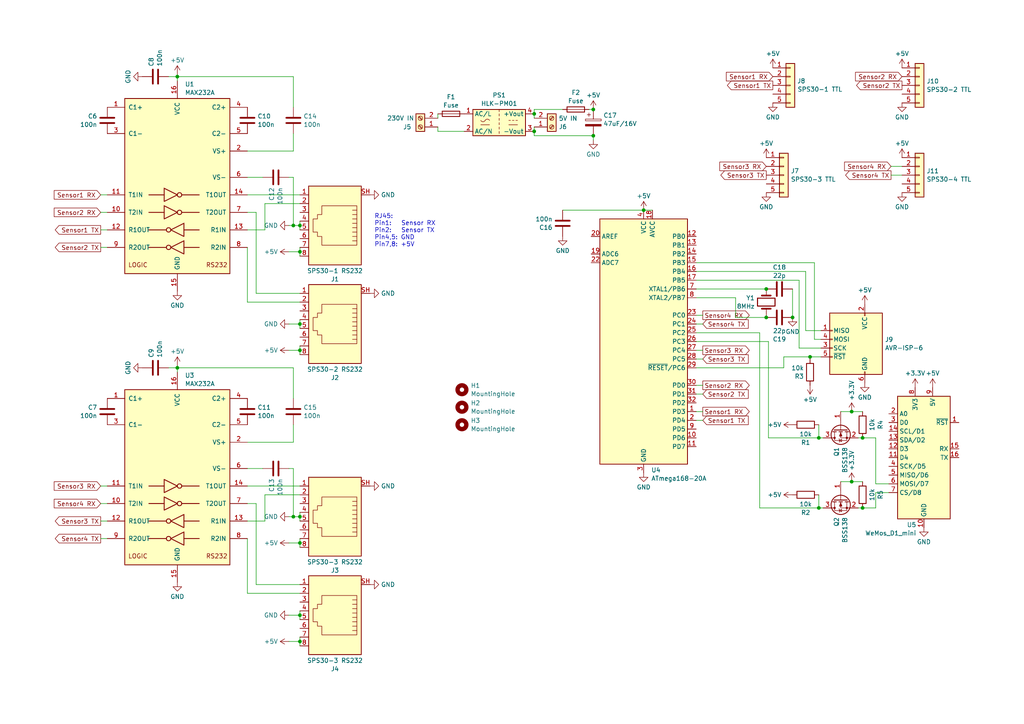
<source format=kicad_sch>
(kicad_sch (version 20230121) (generator eeschema)
  (paper "A4")
  (lib_symbols
    (symbol "Connector:AVR-ISP-6" (pin_names (offset 1.016))
      (property "Reference" "J" (at -6.35 11.43 0))
      (property "Value" "AVR-ISP-6" (at 0 11.43 0))
      (symbol "AVR-ISP-6_1_1"
        (pin passive line (at 10.16 5.08 180) (length 2.54) (name "MISO") (number "1"))
        (pin passive line (at -2.54 12.7 270) (length 2.54) (name "VCC") (number "2"))
        (pin passive line (at 10.16 0 180) (length 2.54) (name "SCK") (number "3"))
        (pin passive line (at 10.16 2.54 180) (length 2.54) (name "MOSI") (number "4"))
        (pin passive line (at 10.16 -2.54 180) (length 2.54) (name "~{RST}") (number "5"))
        (pin passive line (at -2.54 -10.16 90) (length 2.54) (name "GND") (number "6"))
      )
    )
    (symbol "Connector:Screw_Terminal_01x02" (pin_names (offset 1.016) hide)
      (property "Reference" "J" (at 0 2.54 0))
      (property "Value" "Screw_Terminal_01x02" (at 0 -5.08 0))
      (symbol "Screw_Terminal_01x02_1_1"
        (pin passive line (at -5.08 0 0) (length 3.81) (name "Pin_1") (number "1"))
        (pin passive line (at -5.08 -2.54 0) (length 3.81) (name "Pin_2") (number "2"))
      )
    )
    (symbol "Connector_Generic:Conn_01x05" (pin_names (offset 1.016) hide)
      (property "Reference" "J" (at 0 7.62 0))
      (property "Value" "Conn_01x05" (at 0 -7.62 0))
      (symbol "Conn_01x05_1_1"
        (pin passive line (at -5.08 5.08 0) (length 3.81) (name "Pin_1") (number "1"))
        (pin passive line (at -5.08 2.54 0) (length 3.81) (name "Pin_2") (number "2"))
        (pin passive line (at -5.08 0 0) (length 3.81) (name "Pin_3") (number "3"))
        (pin passive line (at -5.08 -2.54 0) (length 3.81) (name "Pin_4") (number "4"))
        (pin passive line (at -5.08 -5.08 0) (length 3.81) (name "Pin_5") (number "5"))
      )
    )
    (symbol "Converter_ACDC:HLK-PM01"
      (property "Reference" "PS" (at 0 5.08 0))
      (property "Value" "HLK-PM01" (at 0 -5.08 0))
      (symbol "HLK-PM01_1_1"
        (pin power_in line (at -10.16 2.54 0) (length 2.54) (name "AC/L") (number "1"))
        (pin power_in line (at -10.16 -2.54 0) (length 2.54) (name "AC/N") (number "2"))
        (pin power_out line (at 10.16 -2.54 180) (length 2.54) (name "-Vout") (number "3"))
        (pin power_out line (at 10.16 2.54 180) (length 2.54) (name "+Vout") (number "4"))
      )
    )
    (symbol "Device:C" (pin_numbers hide) (pin_names (offset 0.254))
      (property "Reference" "C" (at 0.635 2.54 0))
      (property "Value" "C" (at 0.635 -2.54 0))
      (symbol "C_1_1"
        (pin passive line (at 0 3.81 270) (length 2.794) (name "~") (number "1"))
        (pin passive line (at 0 -3.81 90) (length 2.794) (name "~") (number "2"))
      )
    )
    (symbol "Device:C_Polarized" (pin_numbers hide) (pin_names (offset 0.254))
      (property "Reference" "C" (at 0.635 2.54 0))
      (property "Value" "C_Polarized" (at 0.635 -2.54 0))
      (symbol "C_Polarized_1_1"
        (pin passive line (at 0 3.81 270) (length 2.794) (name "~") (number "1"))
        (pin passive line (at 0 -3.81 90) (length 2.794) (name "~") (number "2"))
      )
    )
    (symbol "Device:Crystal" (pin_numbers hide) (pin_names (offset 1.016) hide)
      (property "Reference" "Y" (at 0 3.81 0))
      (property "Value" "Crystal" (at 0 -3.81 0))
      (symbol "Crystal_1_1"
        (pin passive line (at -3.81 0 0) (length 1.27) (name "1") (number "1"))
        (pin passive line (at 3.81 0 180) (length 1.27) (name "2") (number "2"))
      )
    )
    (symbol "Device:Fuse" (pin_numbers hide) (pin_names (offset 0))
      (property "Reference" "F" (at 2.032 0 90))
      (property "Value" "Fuse" (at -1.905 0 90))
      (symbol "Fuse_1_1"
        (pin passive line (at 0 3.81 270) (length 1.27) (name "~") (number "1"))
        (pin passive line (at 0 -3.81 90) (length 1.27) (name "~") (number "2"))
      )
    )
    (symbol "Device:R" (pin_numbers hide) (pin_names (offset 0))
      (property "Reference" "R" (at 2.032 0 90))
      (property "Value" "R" (at 0 0 90))
      (symbol "R_1_1"
        (pin passive line (at 0 3.81 270) (length 1.27) (name "~") (number "1"))
        (pin passive line (at 0 -3.81 90) (length 1.27) (name "~") (number "2"))
      )
    )
    (symbol "Interface_UART:MAX232" (pin_names (offset 1.016))
      (property "Reference" "U" (at -2.54 28.575 0))
      (property "Value" "MAX232" (at -2.54 26.67 0))
      (symbol "MAX232_0_0"
        (text "LOGIC" (at -11.43 -22.86 0) (effects (font (size 1.27 1.27))))
        (text "RS232" (at 11.43 -22.86 0) (effects (font (size 1.27 1.27))))
      )
      (symbol "MAX232_1_1"
        (pin passive line (at -20.32 22.86 0) (length 5.08) (name "C1+") (number "1"))
        (pin input line (at -20.32 -7.62 0) (length 5.08) (name "T2IN") (number "10"))
        (pin input line (at -20.32 -2.54 0) (length 5.08) (name "T1IN") (number "11"))
        (pin output line (at -20.32 -12.7 0) (length 5.08) (name "R1OUT") (number "12"))
        (pin input line (at 20.32 -12.7 180) (length 5.08) (name "R1IN") (number "13"))
        (pin output line (at 20.32 -2.54 180) (length 5.08) (name "T1OUT") (number "14"))
        (pin power_in line (at 0 -30.48 90) (length 5.08) (name "GND") (number "15"))
        (pin power_in line (at 0 30.48 270) (length 5.08) (name "VCC") (number "16"))
        (pin power_out line (at 20.32 10.16 180) (length 5.08) (name "VS+") (number "2"))
        (pin passive line (at -20.32 15.24 0) (length 5.08) (name "C1-") (number "3"))
        (pin passive line (at 20.32 22.86 180) (length 5.08) (name "C2+") (number "4"))
        (pin passive line (at 20.32 15.24 180) (length 5.08) (name "C2-") (number "5"))
        (pin power_out line (at 20.32 2.54 180) (length 5.08) (name "VS-") (number "6"))
        (pin output line (at 20.32 -7.62 180) (length 5.08) (name "T2OUT") (number "7"))
        (pin input line (at 20.32 -17.78 180) (length 5.08) (name "R2IN") (number "8"))
        (pin output line (at -20.32 -17.78 0) (length 5.08) (name "R2OUT") (number "9"))
      )
    )
    (symbol "MCU_Microchip_ATmega:ATmega168-20A"
      (property "Reference" "U" (at -12.7 36.83 0))
      (property "Value" "ATmega168-20A" (at 2.54 -36.83 0))
      (symbol "ATmega168-20A_1_1"
        (pin bidirectional line (at 15.24 -20.32 180) (length 2.54) (name "PD3") (number "1"))
        (pin bidirectional line (at 15.24 -27.94 180) (length 2.54) (name "PD6") (number "10"))
        (pin bidirectional line (at 15.24 -30.48 180) (length 2.54) (name "PD7") (number "11"))
        (pin bidirectional line (at 15.24 30.48 180) (length 2.54) (name "PB0") (number "12"))
        (pin bidirectional line (at 15.24 27.94 180) (length 2.54) (name "PB1") (number "13"))
        (pin bidirectional line (at 15.24 25.4 180) (length 2.54) (name "PB2") (number "14"))
        (pin bidirectional line (at 15.24 22.86 180) (length 2.54) (name "PB3") (number "15"))
        (pin bidirectional line (at 15.24 20.32 180) (length 2.54) (name "PB4") (number "16"))
        (pin bidirectional line (at 15.24 17.78 180) (length 2.54) (name "PB5") (number "17"))
        (pin power_in line (at 2.54 38.1 270) (length 2.54) (name "AVCC") (number "18"))
        (pin input line (at -15.24 25.4 0) (length 2.54) (name "ADC6") (number "19"))
        (pin bidirectional line (at 15.24 -22.86 180) (length 2.54) (name "PD4") (number "2"))
        (pin passive line (at -15.24 30.48 0) (length 2.54) (name "AREF") (number "20"))
        (pin passive line (at 0 -38.1 90) (length 2.54) hide (name "GND") (number "21"))
        (pin input line (at -15.24 22.86 0) (length 2.54) (name "ADC7") (number "22"))
        (pin bidirectional line (at 15.24 7.62 180) (length 2.54) (name "PC0") (number "23"))
        (pin bidirectional line (at 15.24 5.08 180) (length 2.54) (name "PC1") (number "24"))
        (pin bidirectional line (at 15.24 2.54 180) (length 2.54) (name "PC2") (number "25"))
        (pin bidirectional line (at 15.24 0 180) (length 2.54) (name "PC3") (number "26"))
        (pin bidirectional line (at 15.24 -2.54 180) (length 2.54) (name "PC4") (number "27"))
        (pin bidirectional line (at 15.24 -5.08 180) (length 2.54) (name "PC5") (number "28"))
        (pin bidirectional line (at 15.24 -7.62 180) (length 2.54) (name "~{RESET}/PC6") (number "29"))
        (pin power_in line (at 0 -38.1 90) (length 2.54) (name "GND") (number "3"))
        (pin bidirectional line (at 15.24 -12.7 180) (length 2.54) (name "PD0") (number "30"))
        (pin bidirectional line (at 15.24 -15.24 180) (length 2.54) (name "PD1") (number "31"))
        (pin bidirectional line (at 15.24 -17.78 180) (length 2.54) (name "PD2") (number "32"))
        (pin power_in line (at 0 38.1 270) (length 2.54) (name "VCC") (number "4"))
        (pin passive line (at 0 -38.1 90) (length 2.54) hide (name "GND") (number "5"))
        (pin passive line (at 0 38.1 270) (length 2.54) hide (name "VCC") (number "6"))
        (pin bidirectional line (at 15.24 15.24 180) (length 2.54) (name "XTAL1/PB6") (number "7"))
        (pin bidirectional line (at 15.24 12.7 180) (length 2.54) (name "XTAL2/PB7") (number "8"))
        (pin bidirectional line (at 15.24 -25.4 180) (length 2.54) (name "PD5") (number "9"))
      )
    )
    (symbol "MCU_Module:WeMos_D1_mini"
      (property "Reference" "U" (at 3.81 19.05 0))
      (property "Value" "WeMos_D1_mini" (at 1.27 -19.05 0))
      (symbol "WeMos_D1_mini_1_1"
        (pin input line (at -10.16 10.16 0) (length 2.54) (name "~{RST}") (number "1"))
        (pin power_in line (at 0 -20.32 90) (length 2.54) (name "GND") (number "10"))
        (pin bidirectional line (at 10.16 0 180) (length 2.54) (name "D4") (number "11"))
        (pin bidirectional line (at 10.16 2.54 180) (length 2.54) (name "D3") (number "12"))
        (pin bidirectional line (at 10.16 5.08 180) (length 2.54) (name "SDA/D2") (number "13"))
        (pin bidirectional line (at 10.16 7.62 180) (length 2.54) (name "SCL/D1") (number "14"))
        (pin input line (at -10.16 2.54 0) (length 2.54) (name "RX") (number "15"))
        (pin output line (at -10.16 0 0) (length 2.54) (name "TX") (number "16"))
        (pin input line (at 10.16 12.7 180) (length 2.54) (name "A0") (number "2"))
        (pin bidirectional line (at 10.16 10.16 180) (length 2.54) (name "D0") (number "3"))
        (pin bidirectional line (at 10.16 -2.54 180) (length 2.54) (name "SCK/D5") (number "4"))
        (pin bidirectional line (at 10.16 -5.08 180) (length 2.54) (name "MISO/D6") (number "5"))
        (pin bidirectional line (at 10.16 -7.62 180) (length 2.54) (name "MOSI/D7") (number "6"))
        (pin bidirectional line (at 10.16 -10.16 180) (length 2.54) (name "CS/D8") (number "7"))
        (pin power_out line (at 2.54 20.32 270) (length 2.54) (name "3V3") (number "8"))
        (pin power_in line (at -2.54 20.32 270) (length 2.54) (name "5V") (number "9"))
      )
    )
    (symbol "Mechanical:MountingHole" (pin_names (offset 1.016))
      (property "Reference" "H" (at 0 5.08 0))
      (property "Value" "MountingHole" (at 0 3.175 0))
    )
    (symbol "RJ45_1" (pin_names (offset 1.016))
      (property "Reference" "J4" (at 0 16.8443 0))
      (property "Value" "SPS30-3 RS232" (at 0 14.4201 0))
      (symbol "RJ45_1_1_1"
        (pin passive line (at 10.16 -7.62 180) (length 2.54) (name "~") (number "1"))
        (pin passive line (at 10.16 -5.08 180) (length 2.54) (name "~") (number "2"))
        (pin passive line (at 10.16 -2.54 180) (length 2.54) (name "~") (number "3"))
        (pin passive line (at 10.16 0 180) (length 2.54) (name "~") (number "4"))
        (pin passive line (at 10.16 2.54 180) (length 2.54) (name "~") (number "5"))
        (pin passive line (at 10.16 5.08 180) (length 2.54) (name "~") (number "6"))
        (pin passive line (at 10.16 7.62 180) (length 2.54) (name "~") (number "7"))
        (pin passive line (at 10.16 10.16 180) (length 2.54) (name "~") (number "8"))
        (pin passive line (at -10.16 -7.62 0) (length 2.54) (name "") (number "SH"))
      )
    )
    (symbol "RJ45_2" (pin_names (offset 1.016))
      (property "Reference" "J1" (at 0 16.8443 0))
      (property "Value" "SPS30-1 RS232" (at 0 14.4201 0))
      (symbol "RJ45_2_1_1"
        (pin passive line (at 10.16 -7.62 180) (length 2.54) (name "~") (number "1"))
        (pin passive line (at 10.16 -5.08 180) (length 2.54) (name "~") (number "2"))
        (pin passive line (at 10.16 -2.54 180) (length 2.54) (name "~") (number "3"))
        (pin passive line (at 10.16 0 180) (length 2.54) (name "~") (number "4"))
        (pin passive line (at 10.16 2.54 180) (length 2.54) (name "~") (number "5"))
        (pin passive line (at 10.16 5.08 180) (length 2.54) (name "~") (number "6"))
        (pin passive line (at 10.16 7.62 180) (length 2.54) (name "~") (number "7"))
        (pin passive line (at 10.16 10.16 180) (length 2.54) (name "~") (number "8"))
        (pin passive line (at -10.16 -7.62 0) (length 2.54) (name "") (number "SH"))
      )
    )
    (symbol "RJ45_3" (pin_names (offset 1.016))
      (property "Reference" "J2" (at 0 16.8443 0))
      (property "Value" "SPS30-2 RS232" (at 0 14.4201 0))
      (symbol "RJ45_3_1_1"
        (pin passive line (at 10.16 -7.62 180) (length 2.54) (name "~") (number "1"))
        (pin passive line (at 10.16 -5.08 180) (length 2.54) (name "~") (number "2"))
        (pin passive line (at 10.16 -2.54 180) (length 2.54) (name "~") (number "3"))
        (pin passive line (at 10.16 0 180) (length 2.54) (name "~") (number "4"))
        (pin passive line (at 10.16 2.54 180) (length 2.54) (name "~") (number "5"))
        (pin passive line (at 10.16 5.08 180) (length 2.54) (name "~") (number "6"))
        (pin passive line (at 10.16 7.62 180) (length 2.54) (name "~") (number "7"))
        (pin passive line (at 10.16 10.16 180) (length 2.54) (name "~") (number "8"))
        (pin passive line (at -10.16 -7.62 0) (length 2.54) (name "") (number "SH"))
      )
    )
    (symbol "RJ45_4" (pin_names (offset 1.016))
      (property "Reference" "J3" (at 0 16.8443 0))
      (property "Value" "SPS30-3 RS232" (at 0 14.4201 0))
      (symbol "RJ45_4_1_1"
        (pin passive line (at 10.16 -7.62 180) (length 2.54) (name "~") (number "1"))
        (pin passive line (at 10.16 -5.08 180) (length 2.54) (name "~") (number "2"))
        (pin passive line (at 10.16 -2.54 180) (length 2.54) (name "~") (number "3"))
        (pin passive line (at 10.16 0 180) (length 2.54) (name "~") (number "4"))
        (pin passive line (at 10.16 2.54 180) (length 2.54) (name "~") (number "5"))
        (pin passive line (at 10.16 5.08 180) (length 2.54) (name "~") (number "6"))
        (pin passive line (at 10.16 7.62 180) (length 2.54) (name "~") (number "7"))
        (pin passive line (at 10.16 10.16 180) (length 2.54) (name "~") (number "8"))
        (pin passive line (at -10.16 -7.62 0) (length 2.54) (name "") (number "SH"))
      )
    )
    (symbol "Transistor_FET:BSS138" (pin_names hide)
      (property "Reference" "Q" (at 5.08 1.905 0))
      (property "Value" "BSS138" (at 5.08 0 0))
      (symbol "BSS138_1_1"
        (pin input line (at -5.08 0 0) (length 2.54) (name "G") (number "1"))
        (pin passive line (at 2.54 -5.08 90) (length 2.54) (name "S") (number "2"))
        (pin passive line (at 2.54 5.08 270) (length 2.54) (name "D") (number "3"))
      )
    )
    (symbol "power:+3.3V" (power) (pin_names (offset 0))
      (property "Value" "+3.3V" (at 0 3.556 0))
      (symbol "+3.3V_1_1"
        (pin power_in line (at 0 0 90) (length 0) hide (name "+3.3V") (number "1"))
      )
    )
    (symbol "power:+5V" (power) (pin_names (offset 0))
      (property "Value" "+5V" (at 0 3.556 0))
      (symbol "+5V_1_1"
        (pin power_in line (at 0 0 90) (length 0) hide (name "+5V") (number "1"))
      )
    )
    (symbol "power:GND" (power) (pin_names (offset 0))
      (property "Value" "GND" (at 0 -3.81 0))
      (symbol "GND_1_1"
        (pin power_in line (at 0 0 270) (length 0) hide (name "GND") (number "1"))
      )
    )
  )
  (junction (at 86.995 178.435))
  (junction (at 86.995 157.48))
  (junction (at 250.19 147.32))
  (junction (at 250.19 127))
  (junction (at 86.995 93.98))
  (junction (at 237.49 127))
  (junction (at 222.25 83.82))
  (junction (at 85.09 65.405))
  (junction (at 247.015 119.38))
  (junction (at 229.87 92.075))
  (junction (at 186.69 60.96))
  (junction (at 85.09 149.86))
  (junction (at 51.435 106.68))
  (junction (at 237.49 147.32))
  (junction (at 86.995 73.025))
  (junction (at 172.085 31.75))
  (junction (at 51.435 22.225))
  (junction (at 86.995 101.6))
  (junction (at 86.995 65.405))
  (junction (at 247.015 139.7))
  (junction (at 86.995 186.055))
  (junction (at 154.94 38.1))
  (junction (at 234.95 103.505))
  (junction (at 222.25 92.075))
  (junction (at 86.995 149.86))
  (junction (at 154.94 33.02))
  (junction (at 172.085 39.37))
  (wire (pts (xy 233.68 95.885) (xy 238.125 95.885)))
  (wire (pts (xy 29.21 61.595) (xy 31.115 61.595)))
  (wire (pts (xy 83.82 93.98) (xy 86.995 93.98)))
  (wire (pts (xy 86.995 101.6) (xy 86.995 102.87)))
  (wire (pts (xy 29.21 140.97) (xy 31.115 140.97)))
  (wire (pts (xy 71.755 140.97) (xy 86.995 140.97)))
  (wire (pts (xy 86.995 92.71) (xy 86.995 93.98)))
  (wire (pts (xy 127 33.02) (xy 127 34.29)))
  (wire (pts (xy 51.435 106.68) (xy 51.435 107.95)))
  (wire (pts (xy 201.93 114.3) (xy 203.835 114.3)))
  (wire (pts (xy 85.09 106.68) (xy 85.09 115.57)))
  (wire (pts (xy 222.25 92.075) (xy 222.25 91.44)))
  (wire (pts (xy 86.995 101.6) (xy 83.82 101.6)))
  (wire (pts (xy 236.22 98.425) (xy 236.22 76.2)))
  (wire (pts (xy 220.345 96.52) (xy 220.345 147.32)))
  (wire (pts (xy 86.995 157.48) (xy 86.995 156.21)))
  (wire (pts (xy 71.755 87.63) (xy 86.995 87.63)))
  (wire (pts (xy 48.895 106.68) (xy 51.435 106.68)))
  (wire (pts (xy 76.835 143.51) (xy 76.835 151.13)))
  (wire (pts (xy 86.995 59.055) (xy 76.835 59.055)))
  (wire (pts (xy 247.015 139.7) (xy 250.19 139.7)))
  (wire (pts (xy 85.09 38.735) (xy 85.09 43.815)))
  (wire (pts (xy 86.995 143.51) (xy 76.835 143.51)))
  (wire (pts (xy 201.93 78.74) (xy 233.68 78.74)))
  (wire (pts (xy 248.92 127) (xy 250.19 127)))
  (wire (pts (xy 234.95 103.505) (xy 234.95 104.14)))
  (wire (pts (xy 86.995 151.13) (xy 86.995 149.86)))
  (wire (pts (xy 48.895 22.225) (xy 51.435 22.225)))
  (wire (pts (xy 29.21 151.13) (xy 31.115 151.13)))
  (wire (pts (xy 238.125 98.425) (xy 236.22 98.425)))
  (wire (pts (xy 250.19 127) (xy 254 127)))
  (wire (pts (xy 154.94 31.75) (xy 154.94 33.02)))
  (wire (pts (xy 76.835 59.055) (xy 76.835 66.675)))
  (wire (pts (xy 76.2 51.435) (xy 71.755 51.435)))
  (wire (pts (xy 86.995 186.055) (xy 86.995 184.785)))
  (wire (pts (xy 172.085 40.64) (xy 172.085 39.37)))
  (wire (pts (xy 85.09 123.19) (xy 85.09 128.27)))
  (wire (pts (xy 86.995 100.33) (xy 86.995 101.6)))
  (wire (pts (xy 85.09 51.435) (xy 85.09 65.405)))
  (wire (pts (xy 227.33 106.68) (xy 227.33 103.505)))
  (wire (pts (xy 85.09 135.89) (xy 85.09 149.86)))
  (wire (pts (xy 203.835 104.14) (xy 201.93 104.14)))
  (wire (pts (xy 51.435 22.225) (xy 51.435 23.495)))
  (wire (pts (xy 203.835 101.6) (xy 201.93 101.6)))
  (wire (pts (xy 203.835 91.44) (xy 201.93 91.44)))
  (wire (pts (xy 222.885 99.06) (xy 222.885 127)))
  (wire (pts (xy 71.755 56.515) (xy 86.995 56.515)))
  (wire (pts (xy 163.195 60.96) (xy 186.69 60.96)))
  (wire (pts (xy 231.775 81.28) (xy 231.775 100.965)))
  (wire (pts (xy 163.195 31.75) (xy 154.94 31.75)))
  (wire (pts (xy 172.085 31.75) (xy 170.815 31.75)))
  (wire (pts (xy 236.22 76.2) (xy 201.93 76.2)))
  (wire (pts (xy 237.49 127) (xy 222.885 127)))
  (wire (pts (xy 231.775 100.965) (xy 238.125 100.965)))
  (wire (pts (xy 86.995 158.75) (xy 86.995 157.48)))
  (wire (pts (xy 83.82 178.435) (xy 86.995 178.435)))
  (wire (pts (xy 86.995 149.86) (xy 86.995 148.59)))
  (wire (pts (xy 250.19 147.32) (xy 254 147.32)))
  (wire (pts (xy 86.995 95.25) (xy 86.995 93.98)))
  (wire (pts (xy 237.49 143.51) (xy 237.49 147.32)))
  (wire (pts (xy 237.49 123.19) (xy 237.49 127)))
  (wire (pts (xy 201.93 83.82) (xy 222.25 83.82)))
  (wire (pts (xy 237.49 147.32) (xy 238.76 147.32)))
  (wire (pts (xy 71.755 128.27) (xy 85.09 128.27)))
  (wire (pts (xy 85.09 65.405) (xy 83.82 65.405)))
  (wire (pts (xy 257.81 140.335) (xy 254 140.335)))
  (wire (pts (xy 258.445 50.8) (xy 261.62 50.8)))
  (wire (pts (xy 51.435 106.045) (xy 51.435 106.68)))
  (wire (pts (xy 154.94 39.37) (xy 172.085 39.37)))
  (wire (pts (xy 233.68 95.885) (xy 233.68 78.74)))
  (wire (pts (xy 71.755 156.21) (xy 71.755 172.085)))
  (wire (pts (xy 254 142.875) (xy 254 147.32)))
  (wire (pts (xy 83.82 135.89) (xy 85.09 135.89)))
  (wire (pts (xy 154.94 33.02) (xy 154.94 34.29)))
  (wire (pts (xy 51.435 106.68) (xy 85.09 106.68)))
  (wire (pts (xy 203.835 119.38) (xy 201.93 119.38)))
  (wire (pts (xy 248.92 147.32) (xy 250.19 147.32)))
  (wire (pts (xy 83.82 51.435) (xy 85.09 51.435)))
  (wire (pts (xy 29.21 156.21) (xy 31.115 156.21)))
  (wire (pts (xy 74.295 61.595) (xy 74.295 85.09)))
  (wire (pts (xy 227.33 103.505) (xy 234.95 103.505)))
  (wire (pts (xy 201.93 96.52) (xy 220.345 96.52)))
  (wire (pts (xy 238.125 103.505) (xy 234.95 103.505)))
  (wire (pts (xy 86.995 66.675) (xy 86.995 65.405)))
  (wire (pts (xy 254 127) (xy 254 140.335)))
  (wire (pts (xy 201.93 106.68) (xy 227.33 106.68)))
  (wire (pts (xy 201.93 99.06) (xy 222.885 99.06)))
  (wire (pts (xy 86.995 73.025) (xy 83.82 73.025)))
  (wire (pts (xy 29.21 56.515) (xy 31.115 56.515)))
  (wire (pts (xy 85.09 22.225) (xy 51.435 22.225)))
  (wire (pts (xy 86.995 186.055) (xy 83.82 186.055)))
  (wire (pts (xy 86.995 178.435) (xy 86.995 177.165)))
  (wire (pts (xy 76.835 66.675) (xy 71.755 66.675)))
  (wire (pts (xy 201.93 111.76) (xy 203.835 111.76)))
  (wire (pts (xy 229.87 83.82) (xy 229.87 92.075)))
  (wire (pts (xy 247.015 119.38) (xy 250.19 119.38)))
  (wire (pts (xy 86.995 65.405) (xy 86.995 64.135)))
  (wire (pts (xy 85.09 31.115) (xy 85.09 22.225)))
  (wire (pts (xy 71.755 61.595) (xy 74.295 61.595)))
  (wire (pts (xy 74.295 85.09) (xy 86.995 85.09)))
  (wire (pts (xy 154.94 36.83) (xy 154.94 38.1)))
  (wire (pts (xy 29.21 71.755) (xy 31.115 71.755)))
  (wire (pts (xy 258.445 48.26) (xy 261.62 48.26)))
  (wire (pts (xy 213.36 86.36) (xy 213.36 92.075)))
  (wire (pts (xy 86.995 187.325) (xy 86.995 186.055)))
  (wire (pts (xy 71.755 43.815) (xy 85.09 43.815)))
  (wire (pts (xy 76.2 135.89) (xy 71.755 135.89)))
  (wire (pts (xy 74.295 169.545) (xy 86.995 169.545)))
  (wire (pts (xy 86.995 74.295) (xy 86.995 73.025)))
  (wire (pts (xy 213.36 86.36) (xy 201.93 86.36)))
  (wire (pts (xy 29.21 146.05) (xy 31.115 146.05)))
  (wire (pts (xy 127 36.83) (xy 127 38.1)))
  (wire (pts (xy 213.36 92.075) (xy 222.25 92.075)))
  (wire (pts (xy 86.995 179.705) (xy 86.995 178.435)))
  (wire (pts (xy 127 38.1) (xy 134.62 38.1)))
  (wire (pts (xy 86.995 73.025) (xy 86.995 71.755)))
  (wire (pts (xy 85.09 149.86) (xy 83.82 149.86)))
  (wire (pts (xy 201.93 81.28) (xy 231.775 81.28)))
  (wire (pts (xy 186.69 60.96) (xy 189.23 60.96)))
  (wire (pts (xy 29.21 66.675) (xy 31.115 66.675)))
  (wire (pts (xy 71.755 71.755) (xy 71.755 87.63)))
  (wire (pts (xy 201.93 121.92) (xy 203.835 121.92)))
  (wire (pts (xy 86.995 157.48) (xy 83.82 157.48)))
  (wire (pts (xy 74.295 146.05) (xy 74.295 169.545)))
  (wire (pts (xy 243.84 119.38) (xy 247.015 119.38)))
  (wire (pts (xy 51.435 21.59) (xy 51.435 22.225)))
  (wire (pts (xy 220.345 147.32) (xy 237.49 147.32)))
  (wire (pts (xy 237.49 127) (xy 238.76 127)))
  (wire (pts (xy 154.94 38.1) (xy 154.94 39.37)))
  (wire (pts (xy 257.81 142.875) (xy 254 142.875)))
  (wire (pts (xy 71.755 146.05) (xy 74.295 146.05)))
  (wire (pts (xy 203.835 93.98) (xy 201.93 93.98)))
  (wire (pts (xy 71.755 172.085) (xy 86.995 172.085)))
  (wire (pts (xy 86.995 149.86) (xy 85.09 149.86)))
  (wire (pts (xy 86.995 65.405) (xy 85.09 65.405)))
  (wire (pts (xy 243.84 139.7) (xy 247.015 139.7)))
  (wire (pts (xy 76.835 151.13) (xy 71.755 151.13)))
  (text "RJ45:\nPin1:   Sensor RX\nPin2:   Sensor TX\nPin4,5: GND\nPin7,8: +5V" (at 108.585 71.755 0) (effects (font (size 1.27 1.27)) (justify left bottom)))
  (global_label "Sensor3 RX" (shape input) (at 222.25 48.26 180) (property "Intersheetrefs" "${INTERSHEET_REFS}" (effects hide)))
  (global_label "Sensor1 TX" (shape output) (at 224.155 24.765 180) (property "Intersheetrefs" "${INTERSHEET_REFS}" (effects hide)))
  (global_label "Sensor3 RX" (shape input) (at 29.21 140.97 180) (property "Intersheetrefs" "${INTERSHEET_REFS}" (effects hide)))
  (global_label "Sensor2 TX" (shape output) (at 261.62 24.765 180) (property "Intersheetrefs" "${INTERSHEET_REFS}" (effects hide)))
  (global_label "Sensor1 TX" (shape output) (at 29.21 66.675 180) (property "Intersheetrefs" "${INTERSHEET_REFS}" (effects hide)))
  (global_label "Sensor4 RX" (shape input) (at 258.445 48.26 180) (property "Intersheetrefs" "${INTERSHEET_REFS}" (effects hide)))
  (global_label "Sensor1 RX" (shape output) (at 203.835 119.38 0) (property "Intersheetrefs" "${INTERSHEET_REFS}" (effects hide)))
  (global_label "Sensor4 RX" (shape input) (at 29.21 146.05 180) (property "Intersheetrefs" "${INTERSHEET_REFS}" (effects hide)))
  (global_label "Sensor3 TX" (shape output) (at 29.21 151.13 180) (property "Intersheetrefs" "${INTERSHEET_REFS}" (effects hide)))
  (global_label "Sensor4 TX" (shape input) (at 203.835 93.98 0) (property "Intersheetrefs" "${INTERSHEET_REFS}" (effects hide)))
  (global_label "Sensor4 TX" (shape output) (at 29.21 156.21 180) (property "Intersheetrefs" "${INTERSHEET_REFS}" (effects hide)))
  (global_label "Sensor4 RX" (shape output) (at 203.835 91.44 0) (property "Intersheetrefs" "${INTERSHEET_REFS}" (effects hide)))
  (global_label "Sensor1 TX" (shape input) (at 203.835 121.92 0) (property "Intersheetrefs" "${INTERSHEET_REFS}" (effects hide)))
  (global_label "Sensor2 TX" (shape output) (at 29.21 71.755 180) (property "Intersheetrefs" "${INTERSHEET_REFS}" (effects hide)))
  (global_label "Sensor1 RX" (shape input) (at 224.155 22.225 180) (property "Intersheetrefs" "${INTERSHEET_REFS}" (effects hide)))
  (global_label "Sensor3 RX" (shape output) (at 203.835 101.6 0) (property "Intersheetrefs" "${INTERSHEET_REFS}" (effects hide)))
  (global_label "Sensor2 RX" (shape input) (at 29.21 61.595 180) (property "Intersheetrefs" "${INTERSHEET_REFS}" (effects hide)))
  (global_label "Sensor1 RX" (shape input) (at 29.21 56.515 180) (property "Intersheetrefs" "${INTERSHEET_REFS}" (effects hide)))
  (global_label "Sensor3 TX" (shape input) (at 203.835 104.14 0) (property "Intersheetrefs" "${INTERSHEET_REFS}" (effects hide)))
  (global_label "Sensor2 RX" (shape output) (at 203.835 111.76 0) (property "Intersheetrefs" "${INTERSHEET_REFS}" (effects hide)))
  (global_label "Sensor4 TX" (shape output) (at 258.445 50.8 180) (property "Intersheetrefs" "${INTERSHEET_REFS}" (effects hide)))
  (global_label "Sensor2 RX" (shape input) (at 261.62 22.225 180) (property "Intersheetrefs" "${INTERSHEET_REFS}" (effects hide)))
  (global_label "Sensor2 TX" (shape input) (at 203.835 114.3 0) (property "Intersheetrefs" "${INTERSHEET_REFS}" (effects hide)))
  (global_label "Sensor3 TX" (shape output) (at 222.25 50.8 180) (property "Intersheetrefs" "${INTERSHEET_REFS}" (effects hide)))
  (symbol (lib_id "Device:Fuse") (at 130.81 33.02 90) (unit 1)
    (property "Reference" "F1" (at 130.81 28.1137 90))
    (property "Value" "Fuse" (at 130.81 30.5379 90))
    (property "Footprint" "Fuse:Fuseholder_TR5_Littelfuse_No560_No460" (effects hide))
  )
  (symbol (lib_id "Device:C") (at 45.085 106.68 90) (mirror x) (unit 1)
    (property "Reference" "C9" (at 43.8729 103.759 0) (effects (justify right)))
    (property "Value" "100n" (at 46.2971 103.759 0) (effects (justify right)))
    (property "Footprint" "Capacitor_SMD:C_0603_1608Metric" (effects hide))
    (property "LCSC" "C14663" (effects hide))
  )
  (symbol (lib_id "Device:C") (at 163.195 64.77 0) (mirror x) (unit 1)
    (property "Reference" "C16" (at 160.274 65.9821 0) (effects (justify right)))
    (property "Value" "100n" (at 160.274 63.5579 0) (effects (justify right)))
    (property "Footprint" "Capacitor_SMD:C_0603_1608Metric" (effects hide))
    (property "LCSC" "C14663" (effects hide))
  )
  (symbol (lib_id "Connector:AVR-ISP-6") (at 248.285 100.965 0) (mirror y) (unit 1)
    (property "Reference" "J9" (at 256.667 98.4829 0) (effects (justify right)))
    (property "Value" "AVR-ISP-6" (at 256.667 100.9071 0) (effects (justify right)))
    (property "Footprint" "Connector_IDC:IDC-Header_2x03_P2.54mm_Vertical" (effects hide))
    (property "Datasheet" " ~" (effects hide))
  )
  (symbol (lib_id "Connector:Screw_Terminal_01x02") (at 121.92 36.83 180) (unit 1)
    (property "Reference" "J5" (at 118.11 36.83 0))
    (property "Value" "230V IN" (at 116.205 34.29 0))
    (property "Footprint" "TerminalBlock_MetzConnect:TerminalBlock_MetzConnect_Type094_RT03502HBLU_1x02_P5.00mm_Horizontal" (effects hide))
  )
  (symbol (lib_id "Transistor_FET:BSS138") (at 243.84 144.78 90) (mirror x) (unit 1)
    (property "Reference" "Q2" (at 242.6279 149.987 0) (effects (justify left)))
    (property "Value" "BSS138" (at 245.0521 149.987 0) (effects (justify left)))
    (property "Footprint" "Package_TO_SOT_SMD:SOT-23" (effects hide))
    (property "Datasheet" "https://www.onsemi.com/pub/Collateral/BSS138-D.PDF" (effects hide))
    (property "LCSC" "C8545" (effects hide))
  )
  (symbol (lib_id "Device:R") (at 250.19 143.51 180) (unit 1)
    (property "Reference" "R5" (at 255.3503 143.51 90))
    (property "Value" "10k" (at 252.9261 143.51 90))
    (property "Footprint" "Resistor_SMD:R_0603_1608Metric" (effects hide))
    (property "LCSC" "C25804" (effects hide))
  )
  (symbol (lib_id "Device:Crystal") (at 222.25 87.63 270) (mirror x) (unit 1)
    (property "Reference" "Y1" (at 218.9226 86.4179 90) (effects (justify right)))
    (property "Value" "8MHz" (at 218.9226 88.8421 90) (effects (justify right)))
    (property "Footprint" "Crystal:Crystal_SMD_5032-2Pin_5.0x3.2mm" (effects hide))
    (property "LCSC" "C115962" (effects hide))
  )
  (symbol (lib_id "Device:R") (at 233.68 143.51 90) (unit 1)
    (property "Reference" "R2" (at 233.68 148.6703 90))
    (property "Value" "10k" (at 233.68 146.2461 90))
    (property "Footprint" "Resistor_SMD:R_0603_1608Metric" (effects hide))
    (property "LCSC" "C25804" (effects hide))
  )
  (symbol (lib_id "power:+5V") (at 51.435 106.045 0) (unit 1)
    (property "Reference" "#PWR05" (effects hide))
    (property "Value" "+5V" (at 51.435 101.9119 0))
  )
  (symbol (lib_id "power:+5V") (at 186.69 60.96 0) (unit 1)
    (property "Reference" "#PWR023" (effects hide))
    (property "Value" "+5V" (at 186.69 56.8269 0))
  )
  (symbol (lib_id "power:GND") (at 261.62 55.88 0) (unit 1)
    (property "Reference" "#PWR041" (effects hide))
    (property "Value" "GND" (at 261.62 60.0131 0))
  )
  (symbol (lib_id "Mechanical:MountingHole") (at 133.985 123.19 0) (unit 1)
    (property "Reference" "H3" (at 136.525 121.9779 0) (effects (justify left)))
    (property "Value" "MountingHole" (at 136.525 124.4021 0) (effects (justify left)))
    (property "Footprint" "MountingHole:MountingHole_3.2mm_M3_ISO14580" (effects hide))
  )
  (symbol (lib_id "power:GND") (at 107.315 140.97 90) (unit 1)
    (property "Reference" "#PWR012" (effects hide))
    (property "Value" "GND" (at 110.49 140.97 90) (effects (justify right)))
  )
  (symbol (lib_id "Interface_UART:MAX232") (at 51.435 138.43 0) (unit 1)
    (property "Reference" "U3" (at 53.6291 108.8857 0) (effects (justify left)))
    (property "Value" "MAX232A" (at 53.6291 111.3099 0) (effects (justify left)))
    (property "Footprint" "Package_SO:SO-16_3.9x9.9mm_P1.27mm" (effects hide))
    (property "Datasheet" "http://www.ti.com/lit/ds/symlink/max232.pdf" (effects hide))
  )
  (symbol (lib_id "power:GND") (at 172.085 40.64 0) (unit 1)
    (property "Reference" "#PWR022" (effects hide))
    (property "Value" "GND" (at 172.085 44.7731 0))
  )
  (symbol (lib_id "Device:C") (at 80.01 135.89 90) (unit 1)
    (property "Reference" "C13" (at 78.7979 138.811 0) (effects (justify right)))
    (property "Value" "100n" (at 81.2221 138.811 0) (effects (justify right)))
    (property "Footprint" "Capacitor_SMD:C_0603_1608Metric" (effects hide))
    (property "LCSC" "C14663" (effects hide))
  )
  (symbol (lib_id "Device:C") (at 226.06 92.075 270) (unit 1)
    (property "Reference" "C19" (at 226.06 98.3783 90))
    (property "Value" "22p" (at 226.06 95.9541 90))
    (property "Footprint" "Capacitor_SMD:C_0603_1608Metric" (effects hide))
    (property "LCSC" "C1653" (effects hide))
  )
  (symbol (lib_id "power:+5V") (at 172.085 31.75 0) (unit 1)
    (property "Reference" "#PWR021" (effects hide))
    (property "Value" "+5V" (at 172.085 27.6169 0))
  )
  (symbol (lib_name "RJ45_3") (lib_id "Connector:RJ45") (at 97.155 92.71 180) (unit 1)
    (property "Reference" "J2" (at 97.155 109.5543 0))
    (property "Value" "SPS30-2 RS232" (at 97.155 107.1301 0))
    (property "Footprint" "Connector_RJ:RJ45_Ninigi_GE" (effects hide))
  )
  (symbol (lib_id "MCU_Microchip_ATmega:ATmega168-20A") (at 186.69 99.06 0) (unit 1)
    (property "Reference" "U4" (at 188.8841 136.3401 0) (effects (justify left)))
    (property "Value" "ATmega168-20A" (at 188.8841 138.7643 0) (effects (justify left)))
    (property "Footprint" "Package_QFP:TQFP-32_7x7mm_P0.8mm" (effects hide))
    (property "Datasheet" "http://ww1.microchip.com/downloads/en/DeviceDoc/Atmel-2545-8-bit-AVR-Microcontroller-ATmega48-88-168_Datasheet.pdf" (effects hide))
  )
  (symbol (lib_id "Connector_Generic:Conn_01x05") (at 229.235 24.765 0) (unit 1)
    (property "Reference" "J8" (at 232.41 23.495 0))
    (property "Value" "SPS30-1 TTL" (at 237.8075 25.9024 0))
    (property "Footprint" "footprints:JST_ZH_B5B-ZR_1x5_P1.50mm_Vertical" (effects hide))
  )
  (symbol (lib_id "power:+5V") (at 83.82 73.025 90) (unit 1)
    (property "Reference" "#PWR08" (effects hide))
    (property "Value" "+5V" (at 80.6451 73.025 90) (effects (justify left)))
  )
  (symbol (lib_id "power:GND") (at 250.825 111.125 0) (unit 1)
    (property "Reference" "#PWR037" (effects hide))
    (property "Value" "GND" (at 250.825 115.2581 0))
  )
  (symbol (lib_id "Interface_UART:MAX232") (at 51.435 53.975 0) (unit 1)
    (property "Reference" "U1" (at 53.6291 24.4307 0) (effects (justify left)))
    (property "Value" "MAX232A" (at 53.6291 26.8549 0) (effects (justify left)))
    (property "Footprint" "Package_SO:SO-16_3.9x9.9mm_P1.27mm" (effects hide))
    (property "Datasheet" "http://www.ti.com/lit/ds/symlink/max232.pdf" (effects hide))
  )
  (symbol (lib_id "Device:C") (at 80.01 51.435 90) (unit 1)
    (property "Reference" "C12" (at 78.7979 54.356 0) (effects (justify right)))
    (property "Value" "100n" (at 81.2221 54.356 0) (effects (justify right)))
    (property "Footprint" "Capacitor_SMD:C_0603_1608Metric" (effects hide))
    (property "LCSC" "C14663" (effects hide))
  )
  (symbol (lib_id "power:+5V") (at 261.62 45.72 0) (unit 1)
    (property "Reference" "#PWR040" (effects hide))
    (property "Value" "+5V" (at 261.62 41.5869 0))
  )
  (symbol (lib_id "power:GND") (at 51.435 168.91 0) (unit 1)
    (property "Reference" "#PWR06" (effects hide))
    (property "Value" "GND" (at 51.435 173.0431 0))
  )
  (symbol (lib_id "power:+5V") (at 229.87 123.19 90) (mirror x) (unit 1)
    (property "Reference" "#PWR031" (effects hide))
    (property "Value" "+5V" (at 226.6951 123.19 90) (effects (justify left)))
  )
  (symbol (lib_name "RJ45_2") (lib_id "Connector:RJ45") (at 97.155 64.135 180) (unit 1)
    (property "Reference" "J1" (at 97.155 80.9793 0))
    (property "Value" "SPS30-1 RS232" (at 97.155 78.5551 0))
    (property "Footprint" "Connector_RJ:RJ45_Ninigi_GE" (effects hide))
  )
  (symbol (lib_id "power:+5V") (at 83.82 186.055 90) (unit 1)
    (property "Reference" "#PWR016" (effects hide))
    (property "Value" "+5V" (at 80.6451 186.055 90) (effects (justify left)))
  )
  (symbol (lib_id "Device:C_Polarized") (at 172.085 35.56 0) (unit 1)
    (property "Reference" "C17" (at 175.006 33.4589 0) (effects (justify left)))
    (property "Value" "47uF/16V" (at 175.006 35.8831 0) (effects (justify left)))
    (property "Footprint" "Capacitor_THT:CP_Radial_D8.0mm_P3.50mm" (effects hide))
  )
  (symbol (lib_id "Device:R") (at 250.19 123.19 180) (unit 1)
    (property "Reference" "R4" (at 255.3503 123.19 90))
    (property "Value" "10k" (at 252.9261 123.19 90))
    (property "Footprint" "Resistor_SMD:R_0603_1608Metric" (effects hide))
    (property "LCSC" "C25804" (effects hide))
  )
  (symbol (lib_id "power:GND") (at 83.82 178.435 270) (unit 1)
    (property "Reference" "#PWR015" (effects hide))
    (property "Value" "GND" (at 80.6451 178.435 90) (effects (justify right)))
  )
  (symbol (lib_id "Connector:Screw_Terminal_01x02") (at 160.02 36.83 0) (mirror x) (unit 1)
    (property "Reference" "J6" (at 162.052 36.7721 0) (effects (justify left)))
    (property "Value" "5V IN" (at 162.052 34.3479 0) (effects (justify left)))
    (property "Footprint" "TerminalBlock_MetzConnect:TerminalBlock_MetzConnect_Type094_RT03502HBLU_1x02_P5.00mm_Horizontal" (effects hide))
  )
  (symbol (lib_id "Device:C") (at 85.09 34.925 0) (mirror y) (unit 1)
    (property "Reference" "C14" (at 88.011 33.7129 0) (effects (justify right)))
    (property "Value" "100n" (at 88.011 36.1371 0) (effects (justify right)))
    (property "Footprint" "Capacitor_SMD:C_0603_1608Metric" (effects hide))
    (property "LCSC" "C14663" (effects hide))
  )
  (symbol (lib_id "Connector_Generic:Conn_01x05") (at 266.7 50.8 0) (unit 1)
    (property "Reference" "J11" (at 268.732 49.5879 0) (effects (justify left)))
    (property "Value" "SPS30-4 TTL" (at 268.732 52.0121 0) (effects (justify left)))
    (property "Footprint" "footprints:JST_ZH_B5B-ZR_1x5_P1.50mm_Vertical" (effects hide))
  )
  (symbol (lib_id "power:+5V") (at 270.51 112.395 0) (mirror y) (unit 1)
    (property "Reference" "#PWR044" (effects hide))
    (property "Value" "+5V" (at 270.51 108.2619 0))
  )
  (symbol (lib_id "power:GND") (at 83.82 149.86 270) (unit 1)
    (property "Reference" "#PWR011" (effects hide))
    (property "Value" "GND" (at 80.6451 149.86 90) (effects (justify right)))
  )
  (symbol (lib_id "Device:C") (at 71.755 34.925 0) (mirror y) (unit 1)
    (property "Reference" "C10" (at 74.676 33.7129 0) (effects (justify right)))
    (property "Value" "100n" (at 74.676 36.1371 0) (effects (justify right)))
    (property "Footprint" "Capacitor_SMD:C_0603_1608Metric" (effects hide))
    (property "LCSC" "C14663" (effects hide))
  )
  (symbol (lib_id "Device:R") (at 233.68 123.19 90) (unit 1)
    (property "Reference" "R1" (at 233.68 128.3503 90))
    (property "Value" "10k" (at 233.68 125.9261 90))
    (property "Footprint" "Resistor_SMD:R_0603_1608Metric" (effects hide))
    (property "LCSC" "C25804" (effects hide))
  )
  (symbol (lib_id "power:+5V") (at 83.82 101.6 90) (unit 1)
    (property "Reference" "#PWR010" (effects hide))
    (property "Value" "+5V" (at 80.6451 101.6 90) (effects (justify left)))
  )
  (symbol (lib_id "Device:C") (at 31.115 34.925 0) (unit 1)
    (property "Reference" "C6" (at 28.194 33.7129 0) (effects (justify right)))
    (property "Value" "100n" (at 28.194 36.1371 0) (effects (justify right)))
    (property "Footprint" "Capacitor_SMD:C_0603_1608Metric" (effects hide))
    (property "LCSC" "C14663" (effects hide))
  )
  (symbol (lib_name "RJ45_4") (lib_id "Connector:RJ45") (at 97.155 148.59 180) (unit 1)
    (property "Reference" "J3" (at 97.155 165.4343 0))
    (property "Value" "SPS30-3 RS232" (at 97.155 163.0101 0))
    (property "Footprint" "Connector_RJ:RJ45_Ninigi_GE" (effects hide))
  )
  (symbol (lib_id "power:GND") (at 41.275 106.68 270) (unit 1)
    (property "Reference" "#PWR02" (effects hide))
    (property "Value" "GND" (at 37.1419 106.68 0))
  )
  (symbol (lib_id "power:+5V") (at 224.155 19.685 0) (unit 1)
    (property "Reference" "#PWR027" (effects hide))
    (property "Value" "+5V" (at 224.155 15.5519 0))
  )
  (symbol (lib_id "Device:C") (at 71.755 119.38 0) (mirror y) (unit 1)
    (property "Reference" "C11" (at 74.676 118.1679 0) (effects (justify right)))
    (property "Value" "100n" (at 74.676 120.5921 0) (effects (justify right)))
    (property "Footprint" "Capacitor_SMD:C_0603_1608Metric" (effects hide))
    (property "LCSC" "C14663" (effects hide))
  )
  (symbol (lib_id "power:+5V") (at 229.87 143.51 90) (mirror x) (unit 1)
    (property "Reference" "#PWR032" (effects hide))
    (property "Value" "+5V" (at 226.6951 143.51 90) (effects (justify left)))
  )
  (symbol (lib_id "Connector_Generic:Conn_01x05") (at 227.33 50.8 0) (unit 1)
    (property "Reference" "J7" (at 229.362 49.5879 0) (effects (justify left)))
    (property "Value" "SPS30-3 TTL" (at 229.362 52.0121 0) (effects (justify left)))
    (property "Footprint" "footprints:JST_ZH_B5B-ZR_1x5_P1.50mm_Vertical" (effects hide))
  )
  (symbol (lib_id "power:+5V") (at 222.25 45.72 0) (unit 1)
    (property "Reference" "#PWR025" (effects hide))
    (property "Value" "+5V" (at 222.25 41.5869 0))
  )
  (symbol (lib_id "power:GND") (at 83.82 65.405 270) (unit 1)
    (property "Reference" "#PWR07" (effects hide))
    (property "Value" "GND" (at 80.6451 65.405 90) (effects (justify right)))
  )
  (symbol (lib_id "Device:C") (at 31.115 119.38 0) (unit 1)
    (property "Reference" "C7" (at 28.194 118.1679 0) (effects (justify right)))
    (property "Value" "100n" (at 28.194 120.5921 0) (effects (justify right)))
    (property "Footprint" "Capacitor_SMD:C_0603_1608Metric" (effects hide))
    (property "LCSC" "C14663" (effects hide))
  )
  (symbol (lib_id "power:GND") (at 229.87 92.075 0) (unit 1)
    (property "Reference" "#PWR029" (effects hide))
    (property "Value" "GND" (at 229.87 96.2081 0))
  )
  (symbol (lib_id "power:GND") (at 186.69 137.16 0) (unit 1)
    (property "Reference" "#PWR024" (effects hide))
    (property "Value" "GND" (at 186.69 141.2931 0))
  )
  (symbol (lib_id "power:+5V") (at 250.825 88.265 0) (unit 1)
    (property "Reference" "#PWR036" (effects hide))
    (property "Value" "+5V" (at 250.825 84.1319 0))
  )
  (symbol (lib_id "power:GND") (at 107.315 85.09 90) (unit 1)
    (property "Reference" "#PWR017" (effects hide))
    (property "Value" "GND" (at 110.49 85.09 90) (effects (justify right)))
  )
  (symbol (lib_id "power:+5V") (at 83.82 157.48 90) (unit 1)
    (property "Reference" "#PWR014" (effects hide))
    (property "Value" "+5V" (at 80.6451 157.48 90) (effects (justify left)))
  )
  (symbol (lib_id "power:+5V") (at 234.95 111.76 180) (unit 1)
    (property "Reference" "#PWR033" (effects hide))
    (property "Value" "+5V" (at 234.95 115.8931 0))
  )
  (symbol (lib_id "power:GND") (at 107.315 56.515 90) (unit 1)
    (property "Reference" "#PWR018" (effects hide))
    (property "Value" "GND" (at 110.49 56.515 90) (effects (justify right)))
  )
  (symbol (lib_id "power:+3.3V") (at 265.43 112.395 0) (mirror y) (unit 1)
    (property "Reference" "#PWR042" (effects hide))
    (property "Value" "+3.3V" (at 265.43 108.2619 0))
  )
  (symbol (lib_id "Device:R") (at 234.95 107.95 0) (unit 1)
    (property "Reference" "R3" (at 233.172 109.1621 0) (effects (justify right)))
    (property "Value" "10k" (at 233.172 106.7379 0) (effects (justify right)))
    (property "Footprint" "Resistor_SMD:R_0603_1608Metric" (effects hide))
    (property "LCSC" "C25804" (effects hide))
  )
  (symbol (lib_id "Converter_ACDC:HLK-PM01") (at 144.78 35.56 0) (unit 1)
    (property "Reference" "PS1" (at 144.78 27.6057 0))
    (property "Value" "HLK-PM01" (at 144.78 30.0299 0))
    (property "Footprint" "Converter_ACDC:Converter_ACDC_Hi-Link_HLK-PMxx" (effects hide))
    (property "Datasheet" "https://h.hlktech.com/download/ACDC%E7%94%B5%E6%BA%90%E6%A8%A1%E5%9D%973W%E7%B3%BB%E5%88%97/1/%E6%B5%B7%E5%87%8C%E7%A7%913W%E7%B3%BB%E5%88%97%E7%94%B5%E6%BA%90%E6%A8%A1%E5%9D%97%E8%A7%84%E6%A0%BC%E4%B9%A6V2.8.pdf" (effects hide))
  )
  (symbol (lib_id "power:+5V") (at 261.62 19.685 0) (unit 1)
    (property "Reference" "#PWR038" (effects hide))
    (property "Value" "+5V" (at 261.62 15.5519 0))
  )
  (symbol (lib_id "Device:Fuse") (at 167.005 31.75 90) (unit 1)
    (property "Reference" "F2" (at 167.005 26.8437 90))
    (property "Value" "Fuse" (at 167.005 29.2679 90))
    (property "Footprint" "Fuse:Fuseholder_TR5_Littelfuse_No560_No460" (effects hide))
  )
  (symbol (lib_id "power:GND") (at 222.25 55.88 0) (unit 1)
    (property "Reference" "#PWR026" (effects hide))
    (property "Value" "GND" (at 222.25 60.0131 0))
  )
  (symbol (lib_name "RJ45_1") (lib_id "Connector:RJ45") (at 97.155 177.165 180) (unit 1)
    (property "Reference" "J4" (at 97.155 194.0093 0))
    (property "Value" "SPS30-3 RS232" (at 97.155 191.5851 0))
    (property "Footprint" "Connector_RJ:RJ45_Ninigi_GE" (effects hide))
  )
  (symbol (lib_id "power:GND") (at 107.315 169.545 90) (unit 1)
    (property "Reference" "#PWR013" (effects hide))
    (property "Value" "GND" (at 110.49 169.545 90) (effects (justify right)))
  )
  (symbol (lib_id "power:+5V") (at 51.435 21.59 0) (unit 1)
    (property "Reference" "#PWR03" (effects hide))
    (property "Value" "+5V" (at 51.435 17.4569 0))
  )
  (symbol (lib_id "MCU_Module:WeMos_D1_mini") (at 267.97 132.715 0) (mirror y) (unit 1)
    (property "Reference" "U5" (at 265.7759 152.2151 0) (effects (justify left)))
    (property "Value" "WeMos_D1_mini" (at 265.7759 154.6393 0) (effects (justify left)))
    (property "Footprint" "Module:WEMOS_D1_mini_light" (effects hide))
    (property "Datasheet" "https://wiki.wemos.cc/products:d1:d1_mini#documentation" (effects hide))
  )
  (symbol (lib_id "Transistor_FET:BSS138") (at 243.84 124.46 90) (mirror x) (unit 1)
    (property "Reference" "Q1" (at 242.6279 129.667 0) (effects (justify left)))
    (property "Value" "BSS138" (at 245.0521 129.667 0) (effects (justify left)))
    (property "Footprint" "Package_TO_SOT_SMD:SOT-23" (effects hide))
    (property "Datasheet" "https://www.onsemi.com/pub/Collateral/BSS138-D.PDF" (effects hide))
    (property "LCSC" "C8545" (effects hide))
  )
  (symbol (lib_id "Device:C") (at 45.085 22.225 90) (mirror x) (unit 1)
    (property "Reference" "C8" (at 43.8729 19.304 0) (effects (justify right)))
    (property "Value" "100n" (at 46.2971 19.304 0) (effects (justify right)))
    (property "Footprint" "Capacitor_SMD:C_0603_1608Metric" (effects hide))
    (property "LCSC" "C14663" (effects hide))
  )
  (symbol (lib_id "power:GND") (at 224.155 29.845 0) (unit 1)
    (property "Reference" "#PWR028" (effects hide))
    (property "Value" "GND" (at 224.155 33.9781 0))
  )
  (symbol (lib_id "power:GND") (at 163.195 68.58 0) (unit 1)
    (property "Reference" "#PWR020" (effects hide))
    (property "Value" "GND" (at 163.195 72.7131 0))
  )
  (symbol (lib_id "power:GND") (at 41.275 22.225 270) (unit 1)
    (property "Reference" "#PWR01" (effects hide))
    (property "Value" "GND" (at 37.1419 22.225 0))
  )
  (symbol (lib_id "power:+3.3V") (at 247.015 139.7 0) (mirror y) (unit 1)
    (property "Reference" "#PWR035" (effects hide))
    (property "Value" "+3.3V" (at 247.015 136.525 90) (effects (justify left)))
  )
  (symbol (lib_id "power:GND") (at 261.62 29.845 0) (unit 1)
    (property "Reference" "#PWR039" (effects hide))
    (property "Value" "GND" (at 261.62 33.9781 0))
  )
  (symbol (lib_id "power:GND") (at 51.435 84.455 0) (unit 1)
    (property "Reference" "#PWR04" (effects hide))
    (property "Value" "GND" (at 51.435 88.5881 0))
  )
  (symbol (lib_id "power:GND") (at 267.97 153.035 0) (mirror y) (unit 1)
    (property "Reference" "#PWR043" (effects hide))
    (property "Value" "GND" (at 267.97 157.1681 0))
  )
  (symbol (lib_id "Mechanical:MountingHole") (at 133.985 113.03 0) (unit 1)
    (property "Reference" "H1" (at 136.525 111.8179 0) (effects (justify left)))
    (property "Value" "MountingHole" (at 136.525 114.2421 0) (effects (justify left)))
    (property "Footprint" "MountingHole:MountingHole_3.2mm_M3_ISO14580" (effects hide))
  )
  (symbol (lib_id "power:GND") (at 83.82 93.98 270) (unit 1)
    (property "Reference" "#PWR09" (effects hide))
    (property "Value" "GND" (at 80.6451 93.98 90) (effects (justify right)))
  )
  (symbol (lib_id "Device:C") (at 85.09 119.38 0) (mirror y) (unit 1)
    (property "Reference" "C15" (at 88.011 118.1679 0) (effects (justify right)))
    (property "Value" "100n" (at 88.011 120.5921 0) (effects (justify right)))
    (property "Footprint" "Capacitor_SMD:C_0603_1608Metric" (effects hide))
    (property "LCSC" "C14663" (effects hide))
  )
  (symbol (lib_id "Device:C") (at 226.06 83.82 90) (unit 1)
    (property "Reference" "C18" (at 226.06 77.5167 90))
    (property "Value" "22p" (at 226.06 79.9409 90))
    (property "Footprint" "Capacitor_SMD:C_0603_1608Metric" (effects hide))
    (property "LCSC" "C1653" (effects hide))
  )
  (symbol (lib_id "power:+3.3V") (at 247.015 119.38 0) (mirror y) (unit 1)
    (property "Reference" "#PWR034" (effects hide))
    (property "Value" "+3.3V" (at 247.015 116.205 90) (effects (justify left)))
  )
  (symbol (lib_id "Mechanical:MountingHole") (at 133.985 118.11 0) (unit 1)
    (property "Reference" "H2" (at 136.525 116.8979 0) (effects (justify left)))
    (property "Value" "MountingHole" (at 136.525 119.3221 0) (effects (justify left)))
    (property "Footprint" "MountingHole:MountingHole_3.2mm_M3_ISO14580" (effects hide))
  )
  (symbol (lib_id "Connector_Generic:Conn_01x05") (at 266.7 24.765 0) (unit 1)
    (property "Reference" "J10" (at 268.732 23.5529 0) (effects (justify left)))
    (property "Value" "SPS30-2 TTL" (at 268.732 25.9771 0) (effects (justify left)))
    (property "Footprint" "footprints:JST_ZH_B5B-ZR_1x5_P1.50mm_Vertical" (effects hide))
  )
)
</source>
